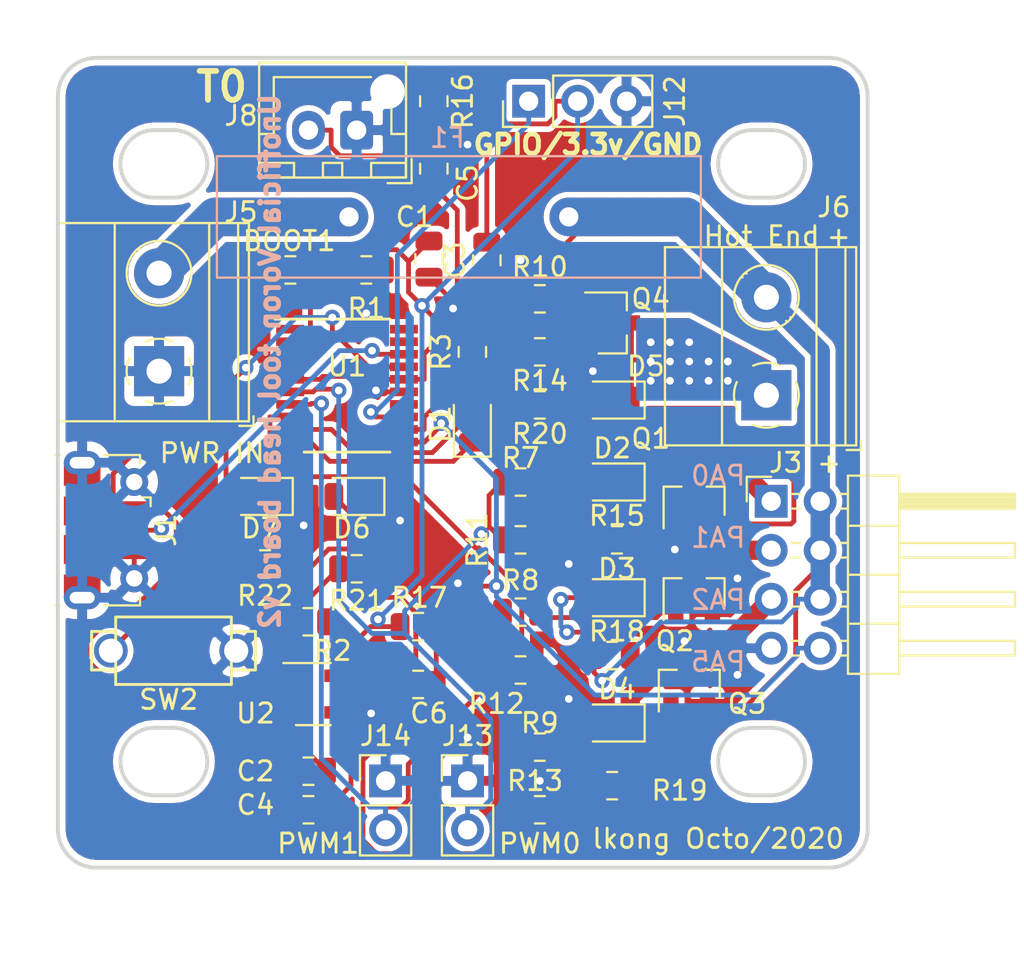
<source format=kicad_pcb>
(kicad_pcb (version 20171130) (host pcbnew "(5.1.5)-3")
  (title_block (rev B))
  (layers (0 F.Cu signal) (31 B.Cu signal) (34 B.Paste user) (35 F.Paste user) (36 B.SilkS user) (37 F.SilkS user) (38 B.Mask user) (39 F.Mask user) (44 Edge.Cuts user))
  (net 0 "")
  (net 1 +3V3)
  (net 2 GND)
  (net 3 "Net-(D1-Pad2)")
  (net 4 /D+)
  (net 5 /D-)
  (net 6 /~RESET)
  (net 7 /BOOT0)
  (net 8 /Mosfet3)
  (net 9 /Mosfet2)
  (net 10 /Mosfet1)
  (net 11 /Mosfet0)
  (net 12 PWM0)
  (net 13 PWM1)
  (net 14 PWM2)
  (net 15 PWM3)
  (net 16 /LED)
  (net 17 /Vin)
  (net 18 "Net-(F1-Pad2)")
  (net 19 T0)
  (net 20 T1)
  (net 21 GPIO)
  (net 22 "Net-(D2-Pad2)")
  (net 23 "Net-(D3-Pad2)")
  (net 24 "Net-(D4-Pad2)")
  (net 25 "Net-(D5-Pad2)")
  (net 26 "Net-(D6-Pad2)")
  (net 27 "Net-(D7-Pad2)")
  (net 28 /VBUS)
  (net 29 "Net-(Q1-Pad1)")
  (net 30 "Net-(Q2-Pad1)")
  (net 31 "Net-(Q3-Pad1)")
  (net 32 "Net-(Q4-Pad1)")
  (module Resistor_SMD:R_0805_2012Metric (layer F.Cu) (at 164.67 76.25)
    (fp_text reference R9 (at 0 -1.25) (layer F.SilkS))
    (fp_text value 100)
    (pad 1 smd roundrect (at -0.9375 0) (size 0.975 1.4) (layers F.Cu F.Paste F.Mask) (net 14 PWM2))
    (pad 2 smd roundrect (at 0.9375 0) (size 0.975 1.4) (layers F.Cu F.Paste F.Mask) (net 31 "Net-(Q3-Pad1)"))
  )
  (module Package_SO:TSSOP-20_4.4x6.5mm_P0.65mm (layer F.Cu) (at 154.67 57.5)
    (fp_text reference U1 (at 0 -1) (layer F.SilkS))
    (fp_text value STM32F042F6Px)
    (pad 1 smd rect (at -2.95 -2.925) (size 1.45 0.45) (layers F.Cu F.Paste F.Mask) (net 7 /BOOT0))
    (pad 2 smd rect (at -2.95 -2.275) (size 1.45 0.45) (layers F.Cu F.Paste F.Mask))
    (pad 3 smd rect (at -2.95 -1.625) (size 1.45 0.45) (layers F.Cu F.Paste F.Mask))
    (pad 4 smd rect (at -2.95 -0.975) (size 1.45 0.45) (layers F.Cu F.Paste F.Mask) (net 6 /~RESET))
    (pad 5 smd rect (at -2.95 -0.325) (size 1.45 0.45) (layers F.Cu F.Paste F.Mask) (net 1 +3V3))
    (pad 6 smd rect (at -2.95 0.325) (size 1.45 0.45) (layers F.Cu F.Paste F.Mask) (net 12 PWM0))
    (pad 7 smd rect (at -2.95 0.975) (size 1.45 0.45) (layers F.Cu F.Paste F.Mask) (net 13 PWM1))
    (pad 8 smd rect (at -2.95 1.625) (size 1.45 0.45) (layers F.Cu F.Paste F.Mask) (net 14 PWM2))
    (pad 9 smd rect (at -2.95 2.275) (size 1.45 0.45) (layers F.Cu F.Paste F.Mask) (net 15 PWM3))
    (pad 10 smd rect (at -2.95 2.925) (size 1.45 0.45) (layers F.Cu F.Paste F.Mask) (net 16 /LED))
    (pad 11 smd rect (at 2.95 2.925) (size 1.45 0.45) (layers F.Cu F.Paste F.Mask) (net 20 T1))
    (pad 12 smd rect (at 2.95 2.275) (size 1.45 0.45) (layers F.Cu F.Paste F.Mask) (net 19 T0))
    (pad 13 smd rect (at 2.95 1.625) (size 1.45 0.45) (layers F.Cu F.Paste F.Mask) (net 21 GPIO))
    (pad 14 smd rect (at 2.95 0.975) (size 1.45 0.45) (layers F.Cu F.Paste F.Mask))
    (pad 15 smd rect (at 2.95 0.325) (size 1.45 0.45) (layers F.Cu F.Paste F.Mask) (net 2 GND))
    (pad 16 smd rect (at 2.95 -0.325) (size 1.45 0.45) (layers F.Cu F.Paste F.Mask) (net 1 +3V3))
    (pad 17 smd rect (at 2.95 -0.975) (size 1.45 0.45) (layers F.Cu F.Paste F.Mask) (net 5 /D-))
    (pad 18 smd rect (at 2.95 -1.625) (size 1.45 0.45) (layers F.Cu F.Paste F.Mask) (net 4 /D+))
    (pad 19 smd rect (at 2.95 -2.275) (size 1.45 0.45) (layers F.Cu F.Paste F.Mask))
    (pad 20 smd rect (at 2.95 -2.925) (size 1.45 0.45) (layers F.Cu F.Paste F.Mask))
  )
  (module Resistor_SMD:R_0805_2012Metric (layer F.Cu) (at 151.732 51.5 180)
    (fp_text reference BOOT1 (at 0.0625 1.5) (layer F.SilkS))
    (fp_text value 0R)
    (pad 2 smd roundrect (at 0.9375 0 180) (size 0.975 1.4) (layers F.Cu F.Paste F.Mask) (net 1 +3V3))
    (pad 1 smd roundrect (at -0.9375 0 180) (size 0.975 1.4) (layers F.Cu F.Paste F.Mask) (net 7 /BOOT0))
  )
  (module Resistor_SMD:R_0805_2012Metric (layer F.Cu) (at 155.67 51.5 180)
    (fp_text reference R1 (at 0 -2) (layer F.SilkS))
    (fp_text value 10K)
    (pad 2 smd roundrect (at 0.9375 0 180) (size 0.975 1.4) (layers F.Cu F.Paste F.Mask) (net 7 /BOOT0))
    (pad 1 smd roundrect (at -0.9375 0 180) (size 0.975 1.4) (layers F.Cu F.Paste F.Mask) (net 2 GND))
  )
  (module Capacitor_SMD:C_0805_2012Metric (layer F.Cu) (at 158.92 50.9375 90)
    (fp_text reference C1 (at 2.1875 -0.75 180) (layer F.SilkS))
    (fp_text value 0.1uF)
    (pad 1 smd roundrect (at -0.9375 0 90) (size 0.975 1.4) (layers F.Cu F.Paste F.Mask) (net 2 GND))
    (pad 2 smd roundrect (at 0.9375 0 90) (size 0.975 1.4) (layers F.Cu F.Paste F.Mask) (net 1 +3V3))
  )
  (module Capacitor_SMD:C_0805_2012Metric (layer F.Cu) (at 152.67 77.5)
    (fp_text reference C2 (at -2.75 0) (layer F.SilkS))
    (fp_text value 4.7uF)
    (pad 2 smd roundrect (at 0.9375 0) (size 0.975 1.4) (layers F.Cu F.Paste F.Mask) (net 28 /VBUS))
    (pad 1 smd roundrect (at -0.9375 0) (size 0.975 1.4) (layers F.Cu F.Paste F.Mask) (net 2 GND))
  )
  (module Capacitor_SMD:C_0805_2012Metric (layer F.Cu) (at 161.92 51 90)
    (fp_text reference C3 (at 0 -1.65 90) (layer F.SilkS))
    (fp_text value 0.1uF)
    (pad 2 smd roundrect (at 0.9375 0 90) (size 0.975 1.4) (layers F.Cu F.Paste F.Mask) (net 1 +3V3))
    (pad 1 smd roundrect (at -0.9375 0 90) (size 0.975 1.4) (layers F.Cu F.Paste F.Mask) (net 2 GND))
  )
  (module Capacitor_SMD:C_0805_2012Metric (layer F.Cu) (at 152.67 79.5)
    (fp_text reference C4 (at -2.75 -0.25) (layer F.SilkS))
    (fp_text value 4.7uF)
    (pad 1 smd roundrect (at -0.9375 0) (size 0.975 1.4) (layers F.Cu F.Paste F.Mask) (net 2 GND))
    (pad 2 smd roundrect (at 0.9375 0) (size 0.975 1.4) (layers F.Cu F.Paste F.Mask) (net 1 +3V3))
  )
  (module Capacitor_SMD:C_0805_2012Metric (layer F.Cu) (at 159.17 46.25 270)
    (fp_text reference C5 (at 0.75 -1.75 270) (layer F.SilkS))
    (fp_text value 10uF)
    (pad 2 smd roundrect (at 0.9375 0 270) (size 0.975 1.4) (layers F.Cu F.Paste F.Mask) (net 19 T0))
    (pad 1 smd roundrect (at -0.9375 0 270) (size 0.975 1.4) (layers F.Cu F.Paste F.Mask) (net 2 GND))
  )
  (module Capacitor_SMD:C_0805_2012Metric (layer F.Cu) (at 158.358 73)
    (fp_text reference C6 (at 0.562 1.5 180) (layer F.SilkS))
    (fp_text value 10uF)
    (pad 2 smd roundrect (at 0.9375 0) (size 0.975 1.4) (layers F.Cu F.Paste F.Mask) (net 20 T1))
    (pad 1 smd roundrect (at -0.9375 0) (size 0.975 1.4) (layers F.Cu F.Paste F.Mask) (net 2 GND))
  )
  (module LED_SMD:LED_0805_2012Metric (layer F.Cu) (at 161.17 59.5 90)
    (fp_text reference D1 (at 0 -1.65 90) (layer F.SilkS))
    (fp_text value LED)
    (pad 2 smd roundrect (at 0.9375 0 90) (size 0.975 1.4) (layers F.Cu F.Paste F.Mask) (net 3 "Net-(D1-Pad2)"))
    (pad 1 smd roundrect (at -0.9375 0 90) (size 0.975 1.4) (layers F.Cu F.Paste F.Mask) (net 16 /LED))
  )
  (module LED_SMD:LED_0805_2012Metric (layer F.Cu) (at 168.42 62.5 180)
    (fp_text reference D2 (at 0 1.75) (layer F.SilkS))
    (fp_text value LED)
    (pad 1 smd roundrect (at -0.9375 0 180) (size 0.975 1.4) (layers F.Cu F.Paste F.Mask) (net 11 /Mosfet0))
    (pad 2 smd roundrect (at 0.9375 0 180) (size 0.975 1.4) (layers F.Cu F.Paste F.Mask) (net 22 "Net-(D2-Pad2)"))
  )
  (module LED_SMD:LED_0805_2012Metric (layer F.Cu) (at 168.42 68.5 180)
    (fp_text reference D3 (at -0.25 1.5) (layer F.SilkS))
    (fp_text value LED)
    (pad 1 smd roundrect (at -0.9375 0 180) (size 0.975 1.4) (layers F.Cu F.Paste F.Mask) (net 10 /Mosfet1))
    (pad 2 smd roundrect (at 0.9375 0 180) (size 0.975 1.4) (layers F.Cu F.Paste F.Mask) (net 23 "Net-(D3-Pad2)"))
  )
  (module LED_SMD:LED_0805_2012Metric (layer F.Cu) (at 168.42 75 180)
    (fp_text reference D4 (at -0.25 1.75) (layer F.SilkS))
    (fp_text value LED)
    (pad 2 smd roundrect (at 0.9375 0 180) (size 0.975 1.4) (layers F.Cu F.Paste F.Mask) (net 24 "Net-(D4-Pad2)"))
    (pad 1 smd roundrect (at -0.9375 0 180) (size 0.975 1.4) (layers F.Cu F.Paste F.Mask) (net 9 /Mosfet2))
  )
  (module LED_SMD:LED_0805_2012Metric (layer F.Cu) (at 168.42 58.25 180)
    (fp_text reference D5 (at -1.75 1.75) (layer F.SilkS))
    (fp_text value LED)
    (pad 1 smd roundrect (at -0.9375 0 180) (size 0.975 1.4) (layers F.Cu F.Paste F.Mask) (net 8 /Mosfet3))
    (pad 2 smd roundrect (at 0.9375 0 180) (size 0.975 1.4) (layers F.Cu F.Paste F.Mask) (net 25 "Net-(D5-Pad2)"))
  )
  (module LED_SMD:LED_0805_2012Metric (layer F.Cu) (at 154.92 63.25 180)
    (fp_text reference D6 (at 0 -1.65) (layer F.SilkS))
    (fp_text value LED)
    (pad 2 smd roundrect (at 0.9375 0 180) (size 0.975 1.4) (layers F.Cu F.Paste F.Mask) (net 26 "Net-(D6-Pad2)"))
    (pad 1 smd roundrect (at -0.9375 0 180) (size 0.975 1.4) (layers F.Cu F.Paste F.Mask) (net 2 GND))
  )
  (module LED_SMD:LED_0805_2012Metric (layer F.Cu) (at 150.17 63.25 180)
    (fp_text reference D7 (at 0 -1.65) (layer F.SilkS))
    (fp_text value LED)
    (pad 1 smd roundrect (at -0.9375 0 180) (size 0.975 1.4) (layers F.Cu F.Paste F.Mask) (net 2 GND))
    (pad 2 smd roundrect (at 0.9375 0 180) (size 0.975 1.4) (layers F.Cu F.Paste F.Mask) (net 27 "Net-(D7-Pad2)"))
  )
  (module Connector_USB:USB_Micro-B_Molex-105017-0001 (layer F.Cu) (at 142.17 65 270)
    (fp_text reference J1 (at 0 -3.1125 90) (layer F.SilkS))
    (fp_text value USB_B_Micro)
    (pad 6 smd rect (at 1 1.2375 270) (size 1.5 1.9) (layers F.Cu F.Paste F.Mask) (net 2 GND))
    (pad 6 thru_hole circle (at -2.5 -1.4625 270) (size 1.45 1.45) (drill 0.85) (layers *.Cu *.Mask) (net 2 GND))
    (pad 2 smd rect (at -0.65 -1.4625 270) (size 0.4 1.35) (layers F.Cu F.Paste F.Mask) (net 5 /D-))
    (pad 1 smd rect (at -1.3 -1.4625 270) (size 0.4 1.35) (layers F.Cu F.Paste F.Mask) (net 28 /VBUS))
    (pad 5 smd rect (at 1.3 -1.4625 270) (size 0.4 1.35) (layers F.Cu F.Paste F.Mask) (net 2 GND))
    (pad 4 smd rect (at 0.65 -1.4625 270) (size 0.4 1.35) (layers F.Cu F.Paste F.Mask) (net 2 GND))
    (pad 3 smd rect (at 0 -1.4625 270) (size 0.4 1.35) (layers F.Cu F.Paste F.Mask) (net 4 /D+))
    (pad 6 thru_hole circle (at 2.5 -1.4625 270) (size 1.45 1.45) (drill 0.85) (layers *.Cu *.Mask) (net 2 GND))
    (pad 6 smd rect (at -1 1.2375 270) (size 1.5 1.9) (layers F.Cu F.Paste F.Mask) (net 2 GND))
    (pad 6 thru_hole oval (at -3.5 1.2375 90) (size 1.2 1.9) (drill oval 0.6 1.3) (layers *.Cu *.Mask) (net 2 GND))
    (pad 6 thru_hole oval (at 3.5 1.2375 270) (size 1.2 1.9) (drill oval 0.6 1.3) (layers *.Cu *.Mask) (net 2 GND))
    (pad 6 smd rect (at 2.9 1.2375 270) (size 1.2 1.9) (layers F.Cu F.Mask) (net 2 GND))
    (pad 6 smd rect (at -2.9 1.2375 270) (size 1.2 1.9) (layers F.Cu F.Mask) (net 2 GND))
  )
  (module Connector_PinHeader_2.54mm:PinHeader_2x04_P2.54mm_Horizontal (layer F.Cu) (at 176.67 63.5)
    (fp_text reference J3 (at 0.75 -2) (layer F.SilkS))
    (fp_text value Conn_02x04_Odd_Even)
    (pad 1 thru_hole rect (at 0 0) (size 1.7 1.7) (drill 1) (layers *.Cu *.Mask) (net 11 /Mosfet0))
    (pad 2 thru_hole oval (at 2.54 0) (size 1.7 1.7) (drill 1) (layers *.Cu *.Mask) (net 17 /Vin))
    (pad 3 thru_hole oval (at 0 2.54) (size 1.7 1.7) (drill 1) (layers *.Cu *.Mask) (net 10 /Mosfet1))
    (pad 4 thru_hole oval (at 2.54 2.54) (size 1.7 1.7) (drill 1) (layers *.Cu *.Mask) (net 17 /Vin))
    (pad 5 thru_hole oval (at 0 5.08) (size 1.7 1.7) (drill 1) (layers *.Cu *.Mask) (net 9 /Mosfet2))
    (pad 6 thru_hole oval (at 2.54 5.08) (size 1.7 1.7) (drill 1) (layers *.Cu *.Mask) (net 17 /Vin))
    (pad 7 thru_hole oval (at 0 7.62) (size 1.7 1.7) (drill 1) (layers *.Cu *.Mask) (net 2 GND))
    (pad 8 thru_hole oval (at 2.54 7.62) (size 1.7 1.7) (drill 1) (layers *.Cu *.Mask) (net 20 T1))
  )
  (module TRA:1x02_ScrewTerminal_Phoenix (layer F.Cu) (at 144.92 56.75 90)
    (fp_text reference J5 (at 8.25 4.25 180) (layer F.SilkS))
    (fp_text value Vin)
    (pad 2 thru_hole circle (at 5.08 0 90) (size 2.6 2.6) (drill 1.3) (layers *.Cu *.Mask) (net 18 "Net-(F1-Pad2)"))
    (pad 1 thru_hole rect (at 0 0 90) (size 2.6 2.6) (drill 1.3) (layers *.Cu *.Mask) (net 2 GND))
  )
  (module TRA:1x02_ScrewTerminal_Phoenix (layer F.Cu) (at 176.42 58 90)
    (fp_text reference J6 (at 9.75 3.5 180) (layer F.SilkS))
    (fp_text value HotEnd)
    (pad 1 thru_hole rect (at 0 0 90) (size 2.6 2.6) (drill 1.3) (layers *.Cu *.Mask) (net 8 /Mosfet3))
    (pad 2 thru_hole circle (at 5.08 0 90) (size 2.6 2.6) (drill 1.3) (layers *.Cu *.Mask) (net 17 /Vin))
  )
  (module Connector_JST:JST_XH_B2B-XH-AM_1x02_P2.50mm_Vertical (layer F.Cu) (at 155.17 44.25 180)
    (fp_text reference J8 (at 6 0.75) (layer F.SilkS))
    (fp_text value Conn_01x02)
    (pad 1 thru_hole roundrect (at 0 0 180) (size 1.7 2) (drill 1) (layers *.Cu *.Mask) (roundrect_rratio 0.147059) (net 2 GND))
    (pad 2 thru_hole oval (at 2.5 0 180) (size 1.7 2) (drill 1) (layers *.Cu *.Mask) (net 19 T0))
    (pad "" np_thru_hole circle (at -1.6 2 180) (size 1.2 1.2) (drill 1.2) (layers *.Cu *.Mask))
  )
  (module Connector_PinHeader_2.54mm:PinHeader_1x03_P2.54mm_Vertical (layer F.Cu) (at 164.09 42.75 90)
    (fp_text reference J12 (at 0 7.58 90) (layer F.SilkS))
    (fp_text value Conn_01x03)
    (pad 1 thru_hole rect (at 0 0 90) (size 1.7 1.7) (drill 1) (layers *.Cu *.Mask) (net 21 GPIO))
    (pad 2 thru_hole oval (at 0 2.54 90) (size 1.7 1.7) (drill 1) (layers *.Cu *.Mask) (net 1 +3V3))
    (pad 3 thru_hole oval (at 0 5.08 90) (size 1.7 1.7) (drill 1) (layers *.Cu *.Mask) (net 2 GND))
  )
  (module Resistor_SMD:R_0805_2012Metric (layer F.Cu) (at 152.67 69.75 180)
    (fp_text reference R2 (at -1.25 -1.5 180) (layer F.SilkS))
    (fp_text value 10K)
    (pad 1 smd roundrect (at -0.9375 0 180) (size 0.975 1.4) (layers F.Cu F.Paste F.Mask) (net 1 +3V3))
    (pad 2 smd roundrect (at 0.9375 0 180) (size 0.975 1.4) (layers F.Cu F.Paste F.Mask) (net 6 /~RESET))
  )
  (module Resistor_SMD:R_0805_2012Metric (layer F.Cu) (at 161.17 55.75 90)
    (fp_text reference R3 (at 0 -1.65 90) (layer F.SilkS))
    (fp_text value 1K)
    (pad 2 smd roundrect (at 0.9375 0 90) (size 0.975 1.4) (layers F.Cu F.Paste F.Mask) (net 1 +3V3))
    (pad 1 smd roundrect (at -0.9375 0 90) (size 0.975 1.4) (layers F.Cu F.Paste F.Mask) (net 3 "Net-(D1-Pad2)"))
  )
  (module Resistor_SMD:R_0805_2012Metric (layer F.Cu) (at 163.67 62.5)
    (fp_text reference R7 (at 0 -1.25) (layer F.SilkS))
    (fp_text value 100)
    (pad 2 smd roundrect (at 0.9375 0) (size 0.975 1.4) (layers F.Cu F.Paste F.Mask) (net 29 "Net-(Q1-Pad1)"))
    (pad 1 smd roundrect (at -0.9375 0) (size 0.975 1.4) (layers F.Cu F.Paste F.Mask) (net 12 PWM0))
  )
  (module Resistor_SMD:R_0805_2012Metric (layer F.Cu) (at 163.67 69.25)
    (fp_text reference R8 (at 0 -1.65) (layer F.SilkS))
    (fp_text value 100)
    (pad 2 smd roundrect (at 0.9375 0) (size 0.975 1.4) (layers F.Cu F.Paste F.Mask) (net 30 "Net-(Q2-Pad1)"))
    (pad 1 smd roundrect (at -0.9375 0) (size 0.975 1.4) (layers F.Cu F.Paste F.Mask) (net 13 PWM1))
  )
  (module Resistor_SMD:R_0805_2012Metric (layer F.Cu) (at 164.67 53)
    (fp_text reference R10 (at 0 -1.65) (layer F.SilkS))
    (fp_text value 100)
    (pad 2 smd roundrect (at 0.9375 0) (size 0.975 1.4) (layers F.Cu F.Paste F.Mask) (net 32 "Net-(Q4-Pad1)"))
    (pad 1 smd roundrect (at -0.9375 0) (size 0.975 1.4) (layers F.Cu F.Paste F.Mask) (net 15 PWM3))
  )
  (module Resistor_SMD:R_0805_2012Metric (layer F.Cu) (at 163.67 65.5)
    (fp_text reference R11 (at -2.25 0 270) (layer F.SilkS))
    (fp_text value 10K)
    (pad 1 smd roundrect (at -0.9375 0) (size 0.975 1.4) (layers F.Cu F.Paste F.Mask) (net 12 PWM0))
    (pad 2 smd roundrect (at 0.9375 0) (size 0.975 1.4) (layers F.Cu F.Paste F.Mask) (net 2 GND))
  )
  (module Resistor_SMD:R_0805_2012Metric (layer F.Cu) (at 163.67 72.25)
    (fp_text reference R12 (at -1.25 1.75) (layer F.SilkS))
    (fp_text value 10K)
    (pad 2 smd roundrect (at 0.9375 0) (size 0.975 1.4) (layers F.Cu F.Paste F.Mask) (net 2 GND))
    (pad 1 smd roundrect (at -0.9375 0) (size 0.975 1.4) (layers F.Cu F.Paste F.Mask) (net 13 PWM1))
  )
  (module Resistor_SMD:R_0805_2012Metric (layer F.Cu) (at 164.67 79.5)
    (fp_text reference R13 (at -0.25 -1.5 180) (layer F.SilkS))
    (fp_text value 10K)
    (pad 2 smd roundrect (at 0.9375 0) (size 0.975 1.4) (layers F.Cu F.Paste F.Mask) (net 2 GND))
    (pad 1 smd roundrect (at -0.9375 0) (size 0.975 1.4) (layers F.Cu F.Paste F.Mask) (net 14 PWM2))
  )
  (module Resistor_SMD:R_0805_2012Metric (layer F.Cu) (at 164.67 55.75)
    (fp_text reference R14 (at 0 1.5 180) (layer F.SilkS))
    (fp_text value 10K)
    (pad 1 smd roundrect (at -0.9375 0) (size 0.975 1.4) (layers F.Cu F.Paste F.Mask) (net 15 PWM3))
    (pad 2 smd roundrect (at 0.9375 0) (size 0.975 1.4) (layers F.Cu F.Paste F.Mask) (net 2 GND))
  )
  (module Resistor_SMD:R_0805_2012Metric (layer F.Cu) (at 168.67 65.5)
    (fp_text reference R15 (at 0 -1.25) (layer F.SilkS))
    (fp_text value 4.7K)
    (pad 1 smd roundrect (at -0.9375 0) (size 0.975 1.4) (layers F.Cu F.Paste F.Mask) (net 17 /Vin))
    (pad 2 smd roundrect (at 0.9375 0) (size 0.975 1.4) (layers F.Cu F.Paste F.Mask) (net 22 "Net-(D2-Pad2)"))
  )
  (module Resistor_SMD:R_0805_2012Metric (layer F.Cu) (at 159.17 42.75 270)
    (fp_text reference R16 (at 0 -1.5 270) (layer F.SilkS))
    (fp_text value 4.7K)
    (pad 2 smd roundrect (at 0.9375 0 270) (size 0.975 1.4) (layers F.Cu F.Paste F.Mask) (net 1 +3V3))
    (pad 1 smd roundrect (at -0.9375 0 270) (size 0.975 1.4) (layers F.Cu F.Paste F.Mask) (net 19 T0))
  )
  (module Resistor_SMD:R_0805_2012Metric (layer F.Cu) (at 158.358 70 180)
    (fp_text reference R17 (at -0.062 1.5) (layer F.SilkS))
    (fp_text value 4.7K)
    (pad 1 smd roundrect (at -0.9375 0 180) (size 0.975 1.4) (layers F.Cu F.Paste F.Mask) (net 20 T1))
    (pad 2 smd roundrect (at 0.9375 0 180) (size 0.975 1.4) (layers F.Cu F.Paste F.Mask) (net 1 +3V3))
  )
  (module Resistor_SMD:R_0805_2012Metric (layer F.Cu) (at 168.42 71.5)
    (fp_text reference R18 (at 0.25 -1.25) (layer F.SilkS))
    (fp_text value 4.7K)
    (pad 2 smd roundrect (at 0.9375 0) (size 0.975 1.4) (layers F.Cu F.Paste F.Mask) (net 23 "Net-(D3-Pad2)"))
    (pad 1 smd roundrect (at -0.9375 0) (size 0.975 1.4) (layers F.Cu F.Paste F.Mask) (net 17 /Vin))
  )
  (module Resistor_SMD:R_0805_2012Metric (layer F.Cu) (at 168.42 78.25)
    (fp_text reference R19 (at 3.5 0.25) (layer F.SilkS))
    (fp_text value 4.7K)
    (pad 1 smd roundrect (at -0.9375 0) (size 0.975 1.4) (layers F.Cu F.Paste F.Mask) (net 17 /Vin))
    (pad 2 smd roundrect (at 0.9375 0) (size 0.975 1.4) (layers F.Cu F.Paste F.Mask) (net 24 "Net-(D4-Pad2)"))
  )
  (module Resistor_SMD:R_0805_2012Metric (layer F.Cu) (at 164.67 58.5)
    (fp_text reference R20 (at 0 1.5) (layer F.SilkS))
    (fp_text value 4.7K)
    (pad 1 smd roundrect (at -0.9375 0) (size 0.975 1.4) (layers F.Cu F.Paste F.Mask) (net 17 /Vin))
    (pad 2 smd roundrect (at 0.9375 0) (size 0.975 1.4) (layers F.Cu F.Paste F.Mask) (net 25 "Net-(D5-Pad2)"))
  )
  (module Resistor_SMD:R_0805_2012Metric (layer F.Cu) (at 155.17 67 180)
    (fp_text reference R21 (at 0 -1.65) (layer F.SilkS))
    (fp_text value 1K)
    (pad 1 smd roundrect (at -0.9375 0 180) (size 0.975 1.4) (layers F.Cu F.Paste F.Mask) (net 26 "Net-(D6-Pad2)"))
    (pad 2 smd roundrect (at 0.9375 0 180) (size 0.975 1.4) (layers F.Cu F.Paste F.Mask) (net 28 /VBUS))
  )
  (module Resistor_SMD:R_0805_2012Metric (layer F.Cu) (at 150.42 66.75 180)
    (fp_text reference R22 (at 0 -1.65) (layer F.SilkS))
    (fp_text value 4.7K)
    (pad 2 smd roundrect (at 0.9375 0 180) (size 0.975 1.4) (layers F.Cu F.Paste F.Mask) (net 17 /Vin))
    (pad 1 smd roundrect (at -0.9375 0 180) (size 0.975 1.4) (layers F.Cu F.Paste F.Mask) (net 27 "Net-(D7-Pad2)"))
  )
  (module TRA:2PinTactileButton (layer F.Cu) (at 145.67 71.25)
    (fp_text reference SW2 (at -0.254 2.54) (layer F.SilkS))
    (fp_text value SW_SPST)
    (pad 2 thru_hole circle (at -3.25 0) (size 1.75 1.75) (drill 1.25) (layers *.Cu *.Mask) (net 6 /~RESET))
    (pad 1 thru_hole circle (at 3.25 0) (size 1.75 1.75) (drill 1.25) (layers *.Cu *.Mask) (net 2 GND))
  )
  (module Package_TO_SOT_SMD:SOT-23-5 (layer F.Cu) (at 152.92 73.5)
    (fp_text reference U2 (at -3 1) (layer F.SilkS))
    (fp_text value AP2127K-3.3)
    (pad 1 smd rect (at -1.1 -0.95) (size 1.06 0.65) (layers F.Cu F.Paste F.Mask) (net 28 /VBUS))
    (pad 2 smd rect (at -1.1 0) (size 1.06 0.65) (layers F.Cu F.Paste F.Mask) (net 2 GND))
    (pad 3 smd rect (at -1.1 0.95) (size 1.06 0.65) (layers F.Cu F.Paste F.Mask) (net 28 /VBUS))
    (pad 4 smd rect (at 1.1 0.95) (size 1.06 0.65) (layers F.Cu F.Paste F.Mask))
    (pad 5 smd rect (at 1.1 -0.95) (size 1.06 0.65) (layers F.Cu F.Paste F.Mask) (net 1 +3V3))
  )
  (module Fuse:Fuse_Littelfuse-LVR200 (layer B.Cu) (at 166.17 48.75 180)
    (fp_text reference F1 (at 6.3 4.1) (layer B.SilkS) (effects (justify mirror)))
    (fp_text value Fuse)
    (pad 1 thru_hole circle (at 0 0 180) (size 2 2) (drill 1) (layers *.Cu *.Mask) (net 17 /Vin))
    (pad 2 thru_hole circle (at 11.4 0 180) (size 2 2) (drill 1) (layers *.Cu *.Mask) (net 18 "Net-(F1-Pad2)"))
  )
  (module Connector_PinHeader_2.54mm:PinHeader_1x02_P2.54mm_Vertical (layer F.Cu) (at 160.92 78)
    (fp_text reference J13 (at 0 -2.33) (layer F.SilkS))
    (fp_text value Conn_01x02)
    (pad 1 thru_hole rect (at 0 0) (size 1.7 1.7) (drill 1) (layers *.Cu *.Mask) (net 2 GND))
    (pad 2 thru_hole oval (at 0 2.54) (size 1.7 1.7) (drill 1) (layers *.Cu *.Mask) (net 12 PWM0))
  )
  (module Connector_PinHeader_2.54mm:PinHeader_1x02_P2.54mm_Vertical (layer F.Cu) (at 156.67 78)
    (fp_text reference J14 (at 0 -2.33) (layer F.SilkS))
    (fp_text value Conn_01x02)
    (pad 2 thru_hole oval (at 0 2.54) (size 1.7 1.7) (drill 1) (layers *.Cu *.Mask) (net 13 PWM1))
    (pad 1 thru_hole rect (at 0 0) (size 1.7 1.7) (drill 1) (layers *.Cu *.Mask) (net 2 GND))
  )
  (module Package_TO_SOT_SMD:SOT-23 (layer F.Cu) (at 172.67 63.5 90)
    (fp_text reference Q1 (at 3.25 -2.25 180) (layer F.SilkS))
    (fp_text value IRLML6344TRPBF)
    (pad 1 smd rect (at -1 -0.95 90) (size 0.9 0.8) (layers F.Cu F.Paste F.Mask) (net 29 "Net-(Q1-Pad1)"))
    (pad 2 smd rect (at -1 0.95 90) (size 0.9 0.8) (layers F.Cu F.Paste F.Mask) (net 2 GND))
    (pad 3 smd rect (at 1 0 90) (size 0.9 0.8) (layers F.Cu F.Paste F.Mask) (net 11 /Mosfet0))
  )
  (module Package_TO_SOT_SMD:SOT-23 (layer F.Cu) (at 172.67 68.25 90)
    (fp_text reference Q2 (at -2.5 -1 180) (layer F.SilkS))
    (fp_text value IRLML6344TRPBF)
    (pad 3 smd rect (at 1 0 90) (size 0.9 0.8) (layers F.Cu F.Paste F.Mask) (net 10 /Mosfet1))
    (pad 2 smd rect (at -1 0.95 90) (size 0.9 0.8) (layers F.Cu F.Paste F.Mask) (net 2 GND))
    (pad 1 smd rect (at -1 -0.95 90) (size 0.9 0.8) (layers F.Cu F.Paste F.Mask) (net 30 "Net-(Q2-Pad1)"))
  )
  (module Package_TO_SOT_SMD:SOT-23 (layer F.Cu) (at 172.42 73 90)
    (fp_text reference Q3 (at -1 3 180) (layer F.SilkS))
    (fp_text value IRLML6344TRPBF)
    (pad 1 smd rect (at -1 -0.95 90) (size 0.9 0.8) (layers F.Cu F.Paste F.Mask) (net 31 "Net-(Q3-Pad1)"))
    (pad 2 smd rect (at -1 0.95 90) (size 0.9 0.8) (layers F.Cu F.Paste F.Mask) (net 2 GND))
    (pad 3 smd rect (at 1 0 90) (size 0.9 0.8) (layers F.Cu F.Paste F.Mask) (net 9 /Mosfet2))
  )
  (module Package_TO_SOT_SMD:SOT-23 (layer F.Cu) (at 168.42 54.25)
    (fp_text reference Q4 (at 2 -1.25) (layer F.SilkS))
    (fp_text value IRLML6344TRPBF)
    (pad 3 smd rect (at 1 0) (size 0.9 0.8) (layers F.Cu F.Paste F.Mask) (net 8 /Mosfet3))
    (pad 2 smd rect (at -1 0.95) (size 0.9 0.8) (layers F.Cu F.Paste F.Mask) (net 2 GND))
    (pad 1 smd rect (at -1 -0.95) (size 0.9 0.8) (layers F.Cu F.Paste F.Mask) (net 32 "Net-(Q4-Pad1)"))
  )
  (gr_text "Unofficial Voron tool head board v2" (at 150.67 56.25 90) (layer B.SilkS) (effects (font (size 1 1) (thickness 0.25)) (justify mirror)))
  (gr_text T0 (at 148.17 42) (layer F.SilkS) (effects (font (size 1.5 1.5) (thickness 0.3))))
  (gr_text "PA0\n\nPA1\n\nPA2\n\nPA5" (at 173.92 67) (layer B.SilkS) (effects (font (size 1 1)) (justify mirror)))
  (gr_text + (at 179.67 61.5) (layer F.SilkS) (effects (font (size 1 1))))
  (gr_text + (at 180.17 49.75) (layer F.SilkS) (effects (font (size 1 1))))
  (gr_text PWM0 (at 164.67 81.25) (layer F.SilkS) (effects (font (size 1 1))))
  (gr_text PWM1 (at 153.17 81.25) (layer F.SilkS) (effects (font (size 1 1))))
  (gr_text "Hot End" (at 176.17 49.75) (layer F.SilkS) (effects (font (size 1 1))))
  (gr_text "PWR IN" (at 147.67 61) (layer F.SilkS) (effects (font (size 1 1))))
  (gr_text "lkong Octo/2020" (at 173.92 81) (layer F.SilkS) (effects (font (size 1 1))))
  (gr_text GPIO/3.3v/GND (at 167.17 45) (layer F.SilkS) (effects (font (size 1 1) (thickness 0.25))))
  (gr_line (start 179.669999 40.5) (end 141.669999 40.5) (layer Edge.Cuts) (width 0.2))
  (gr_arc (start 141.67 42.5) (end 141.669999 40.5) (angle -90) (layer Edge.Cuts) (width 0.2))
  (gr_line (start 145.67 47.75) (end 144.67 47.75) (layer Edge.Cuts) (width 0.2))
  (gr_arc (start 141.67 80.5) (end 139.67 80.5) (angle -90) (layer Edge.Cuts) (width 0.2))
  (gr_line (start 139.669999 42.5) (end 139.67 80.5) (layer Edge.Cuts) (width 0.2))
  (gr_line (start 141.67 82.5) (end 179.669999 82.5) (layer Edge.Cuts) (width 0.2))
  (gr_line (start 181.669998 80.5) (end 181.669998 42.5) (layer Edge.Cuts) (width 0.2))
  (gr_arc (start 179.669999 80.5) (end 179.669999 82.5) (angle -90) (layer Edge.Cuts) (width 0.2))
  (gr_line (start 176.670079 78.75) (end 175.670078 78.75) (layer Edge.Cuts) (width 0.2))
  (gr_arc (start 176.67007 76.999926) (end 176.670079 78.749926) (angle -180.0000187) (layer Edge.Cuts) (width 0.2))
  (gr_line (start 176.670059 75.249926) (end 175.670061 75.249931) (layer Edge.Cuts) (width 0.2))
  (gr_arc (start 175.67007 76.999931) (end 175.670061 75.249931) (angle -180) (layer Edge.Cuts) (width 0.2))
  (gr_arc (start 179.669999 42.5) (end 181.669998 42.5) (angle -90) (layer Edge.Cuts) (width 0.2))
  (gr_arc (start 176.67007 45.999927) (end 176.670079 47.749927) (angle -180.0000187) (layer Edge.Cuts) (width 0.2))
  (gr_line (start 176.670059 44.249927) (end 175.670061 44.249932) (layer Edge.Cuts) (width 0.2))
  (gr_arc (start 175.67007 45.999932) (end 175.670061 44.249932) (angle -180) (layer Edge.Cuts) (width 0.2))
  (gr_line (start 176.670079 47.75) (end 175.670078 47.75) (layer Edge.Cuts) (width 0.2))
  (gr_arc (start 144.670071 45.999932) (end 144.670062 44.249932) (angle -180) (layer Edge.Cuts) (width 0.2))
  (gr_line (start 145.67006 44.249927) (end 144.670062 44.249932) (layer Edge.Cuts) (width 0.2))
  (gr_arc (start 145.670071 45.999927) (end 145.67008 47.749927) (angle -180.0000187) (layer Edge.Cuts) (width 0.2))
  (gr_line (start 145.67008 78.75) (end 144.670079 78.75) (layer Edge.Cuts) (width 0.2))
  (gr_arc (start 145.670071 76.999926) (end 145.67008 78.749926) (angle -180.0000187) (layer Edge.Cuts) (width 0.2))
  (gr_arc (start 144.670071 76.999931) (end 144.670062 75.249931) (angle -180) (layer Edge.Cuts) (width 0.2))
  (gr_line (start 145.67006 75.249926) (end 144.670062 75.249931) (layer Edge.Cuts) (width 0.2))
  (segment (start 159.8614 54.6602) (end 158.6703 55.8513) (width 0.25) (layer F.Cu) (net 1))
  (segment (start 158.6703 55.8513) (end 158.6703 57.175) (width 0.25) (layer F.Cu) (net 1))
  (segment (start 161.17 54.8125) (end 161.0177 54.6602) (width 0.25) (layer F.Cu) (net 1))
  (segment (start 161.0177 54.6602) (end 159.8614 54.6602) (width 0.25) (layer F.Cu) (net 1))
  (segment (start 158.5579 53.3567) (end 159.8614 54.6602) (width 0.25) (layer F.Cu) (net 1))
  (segment (start 157.62 57.175) (end 158.6703 57.175) (width 0.25) (layer F.Cu) (net 1))
  (segment (start 157.8588 51.0612) (end 157.8588 52.6576) (width 0.25) (layer F.Cu) (net 1))
  (segment (start 157.8588 52.6576) (end 158.5579 53.3567) (width 0.25) (layer F.Cu) (net 1))
  (segment (start 158.5579 53.3567) (end 166.63 45.2846) (width 0.25) (layer B.Cu) (net 1))
  (segment (start 166.63 45.2846) (end 166.63 42.75) (width 0.25) (layer B.Cu) (net 1))
  (segment (start 156.2759 69.621) (end 158.5579 67.339) (width 0.25) (layer B.Cu) (net 1))
  (segment (start 158.5579 67.339) (end 158.5579 53.3567) (width 0.25) (layer B.Cu) (net 1))
  (segment (start 161.92 43.9254) (end 159.4079 43.9254) (width 0.25) (layer F.Cu) (net 1))
  (segment (start 159.4079 43.9254) (end 159.17 43.6875) (width 0.25) (layer F.Cu) (net 1))
  (segment (start 165.4547 42.75) (end 165.4547 43.558) (width 0.25) (layer F.Cu) (net 1))
  (segment (start 165.4547 43.558) (end 165.0873 43.9254) (width 0.25) (layer F.Cu) (net 1))
  (segment (start 165.0873 43.9254) (end 161.92 43.9254) (width 0.25) (layer F.Cu) (net 1))
  (segment (start 161.92 43.9254) (end 161.92 50.0625) (width 0.25) (layer F.Cu) (net 1))
  (segment (start 157.8588 51.0612) (end 158.92 50) (width 0.25) (layer F.Cu) (net 1))
  (segment (start 157.62 57.175) (end 156.72 57.175) (width 0.25) (layer F.Cu) (net 1))
  (segment (start 156.72 57.175) (end 156.5696 57.0246) (width 0.25) (layer F.Cu) (net 1))
  (segment (start 156.5696 57.0246) (end 153.406 57.0246) (width 0.25) (layer F.Cu) (net 1))
  (segment (start 153.406 57.0246) (end 153.2556 57.175) (width 0.25) (layer F.Cu) (net 1))
  (segment (start 153.2556 57.175) (end 151.72 57.175) (width 0.25) (layer F.Cu) (net 1))
  (segment (start 150.7945 51.5) (end 151.8424 50.4521) (width 0.25) (layer F.Cu) (net 1))
  (segment (start 151.8424 50.4521) (end 157.2497 50.4521) (width 0.25) (layer F.Cu) (net 1))
  (segment (start 157.2497 50.4521) (end 157.8588 51.0612) (width 0.25) (layer F.Cu) (net 1))
  (segment (start 156.2759 70) (end 155.8931 70) (width 0.25) (layer F.Cu) (net 1))
  (segment (start 155.8931 70) (end 154.8753 71.0178) (width 0.25) (layer F.Cu) (net 1))
  (segment (start 157.4205 70) (end 156.2759 70) (width 0.25) (layer F.Cu) (net 1))
  (segment (start 156.2759 70) (end 156.2759 69.621) (width 0.25) (layer F.Cu) (net 1))
  (segment (start 154.8753 72.55) (end 154.8753 78.2322) (width 0.25) (layer F.Cu) (net 1))
  (segment (start 154.8753 78.2322) (end 153.6075 79.5) (width 0.25) (layer F.Cu) (net 1))
  (segment (start 154.8753 71.0178) (end 154.8753 72.55) (width 0.25) (layer F.Cu) (net 1))
  (segment (start 154.8753 71.0178) (end 153.6075 69.75) (width 0.25) (layer F.Cu) (net 1))
  (segment (start 154.02 72.55) (end 154.8753 72.55) (width 0.25) (layer F.Cu) (net 1))
  (segment (start 166.63 42.75) (end 165.4547 42.75) (width 0.25) (layer F.Cu) (net 1))
  (via (at 158.5579 53.3567) (size 0.8) (layers F.Cu B.Cu) (net 1))
  (via (at 156.2759 69.621) (size 0.8) (layers F.Cu B.Cu) (net 1))
  (segment (start 157.62 57.825) (end 156.245 57.825) (width 0.25) (layer F.Cu) (net 2))
  (segment (start 156.245 57.825) (end 156.17 57.75) (width 0.25) (layer F.Cu) (net 2))
  (via (at 156.17 57.75) (size 0.8) (layers F.Cu B.Cu) (net 2))
  (via (at 160.92 45) (size 0.8) (drill 0.4) (layers F.Cu B.Cu) (net 2))
  (via (at 163.67 51) (size 0.8) (drill 0.4) (layers F.Cu B.Cu) (net 2))
  (via (at 167.42 56.75) (size 0.8) (drill 0.4) (layers F.Cu B.Cu) (net 2))
  (via (at 166.17 66.75) (size 0.8) (drill 0.4) (layers F.Cu B.Cu) (net 2))
  (via (at 174.92 67.5) (size 0.8) (drill 0.4) (layers F.Cu B.Cu) (net 2))
  (via (at 171.67 66) (size 0.8) (drill 0.4) (layers F.Cu B.Cu) (net 2))
  (segment (start 172.17 66) (end 171.67 66) (width 0.25) (layer F.Cu) (net 2))
  (segment (start 173.62 64.5) (end 173.62 64.55) (width 0.25) (layer F.Cu) (net 2))
  (segment (start 173.62 64.55) (end 172.17 66) (width 0.25) (layer F.Cu) (net 2))
  (segment (start 162.7325 51.9375) (end 163.67 51) (width 0.25) (layer F.Cu) (net 2))
  (segment (start 161.92 51.9375) (end 162.7325 51.9375) (width 0.25) (layer F.Cu) (net 2))
  (via (at 160.17 53.5) (size 0.8) (drill 0.4) (layers F.Cu B.Cu) (net 2))
  (segment (start 160.17 53.125) (end 158.92 51.875) (width 0.25) (layer F.Cu) (net 2))
  (segment (start 160.17 53.5) (end 160.17 53.125) (width 0.25) (layer F.Cu) (net 2))
  (via (at 155.67 53.75) (size 0.8) (drill 0.4) (layers F.Cu B.Cu) (net 2))
  (via (at 157.42 64.5) (size 0.8) (drill 0.4) (layers F.Cu B.Cu) (net 2))
  (via (at 152.42 64.75) (size 0.8) (drill 0.4) (layers F.Cu B.Cu) (net 2))
  (via (at 155.92 74.5) (size 0.8) (drill 0.4) (layers F.Cu B.Cu) (net 2))
  (via (at 160.92 75.75) (size 0.8) (drill 0.4) (layers F.Cu B.Cu) (net 2))
  (via (at 166.17 73.75) (size 0.8) (drill 0.4) (layers F.Cu B.Cu) (net 2))
  (via (at 164.67 78) (size 0.8) (drill 0.4) (layers F.Cu B.Cu) (net 2))
  (via (at 174.92 72.5) (size 0.8) (drill 0.4) (layers F.Cu B.Cu) (net 2))
  (via (at 172.17 70.75) (size 0.8) (drill 0.4) (layers F.Cu B.Cu) (net 2))
  (segment (start 143.6325 65.65) (end 143.6325 67.5) (width 0.25) (layer F.Cu) (net 2))
  (via (at 160.42 67.75) (size 0.8) (drill 0.4) (layers F.Cu B.Cu) (net 2))
  (segment (start 161.17 58.5625) (end 161.17 56.6875) (width 0.25) (layer F.Cu) (net 3))
  (segment (start 145.0411 64.9281) (end 154.2812 55.688) (width 0.25) (layer B.Cu) (net 4))
  (segment (start 154.2812 55.688) (end 155.9682 55.688) (width 0.25) (layer B.Cu) (net 4))
  (segment (start 157.62 55.875) (end 156.1552 55.875) (width 0.25) (layer F.Cu) (net 4))
  (segment (start 156.1552 55.875) (end 155.9682 55.688) (width 0.25) (layer F.Cu) (net 4))
  (segment (start 143.6325 65) (end 144.9692 65) (width 0.25) (layer F.Cu) (net 4))
  (segment (start 144.9692 65) (end 145.0411 64.9281) (width 0.25) (layer F.Cu) (net 4))
  (via (at 155.9682 55.688) (size 0.8) (layers F.Cu B.Cu) (net 4))
  (via (at 145.0411 64.9281) (size 0.8) (layers F.Cu B.Cu) (net 4))
  (segment (start 153.9055 53.9654) (end 153.9055 54.651) (width 0.25) (layer F.Cu) (net 5))
  (segment (start 153.9055 54.651) (end 155.7795 56.525) (width 0.25) (layer F.Cu) (net 5))
  (segment (start 155.7795 56.525) (end 157.62 56.525) (width 0.25) (layer F.Cu) (net 5))
  (segment (start 143.6325 64.35) (end 142.6322 64.35) (width 0.25) (layer F.Cu) (net 5))
  (segment (start 149.4206 56.5692) (end 152.0244 53.9654) (width 0.25) (layer B.Cu) (net 5))
  (segment (start 152.0244 53.9654) (end 153.9055 53.9654) (width 0.25) (layer B.Cu) (net 5))
  (segment (start 142.6322 64.35) (end 142.5408 64.2586) (width 0.25) (layer F.Cu) (net 5))
  (segment (start 142.5408 64.2586) (end 142.5408 62.0709) (width 0.25) (layer F.Cu) (net 5))
  (segment (start 142.5408 62.0709) (end 144.4576 60.1541) (width 0.25) (layer F.Cu) (net 5))
  (segment (start 144.4576 60.1541) (end 145.8357 60.1541) (width 0.25) (layer F.Cu) (net 5))
  (segment (start 145.8357 60.1541) (end 149.4206 56.5692) (width 0.25) (layer F.Cu) (net 5))
  (via (at 153.9055 53.9654) (size 0.8) (layers F.Cu B.Cu) (net 5))
  (via (at 149.4206 56.5692) (size 0.8) (layers F.Cu B.Cu) (net 5))
  (segment (start 148.3936 69.75) (end 151.7325 69.75) (width 0.25) (layer F.Cu) (net 6))
  (segment (start 142.42 71.25) (end 143.92 69.75) (width 0.25) (layer F.Cu) (net 6))
  (segment (start 143.92 69.75) (end 148.3936 69.75) (width 0.25) (layer F.Cu) (net 6))
  (segment (start 148.3936 69.75) (end 148.3936 58.8011) (width 0.25) (layer F.Cu) (net 6))
  (segment (start 148.3936 58.8011) (end 150.6697 56.525) (width 0.25) (layer F.Cu) (net 6))
  (segment (start 151.72 56.525) (end 150.6697 56.525) (width 0.25) (layer F.Cu) (net 6))
  (segment (start 152.7703 51.5) (end 152.6695 51.5) (width 0.25) (layer F.Cu) (net 7))
  (segment (start 154.7325 51.5) (end 152.7703 51.5) (width 0.25) (layer F.Cu) (net 7))
  (segment (start 152.7703 51.5) (end 152.7703 54.575) (width 0.25) (layer F.Cu) (net 7))
  (segment (start 151.72 54.575) (end 152.7703 54.575) (width 0.25) (layer F.Cu) (net 7))
  (segment (start 169.42 56.173) (end 169.42 58.1875) (width 0.25) (layer F.Cu) (net 8))
  (segment (start 169.42 58.1875) (end 169.3575 58.25) (width 0.25) (layer F.Cu) (net 8))
  (segment (start 169.42 54.9753) (end 169.42 56.173) (width 0.25) (layer F.Cu) (net 8))
  (segment (start 171.3366 56.173) (end 169.42 56.173) (width 0.25) (layer F.Cu) (net 8))
  (segment (start 169.42 54.25) (end 169.42 54.9753) (width 0.25) (layer F.Cu) (net 8))
  (via (at 170.42 55.25) (size 0.8) (layers F.Cu B.Cu) (net 8))
  (via (at 171.42 55.25) (size 0.8) (layers F.Cu B.Cu) (net 8))
  (via (at 172.42 55.25) (size 0.8) (layers F.Cu B.Cu) (net 8))
  (via (at 172.42 56.25) (size 0.8) (layers F.Cu B.Cu) (net 8))
  (via (at 173.42 56.25) (size 0.8) (layers F.Cu B.Cu) (net 8))
  (via (at 174.42 56.25) (size 0.8) (layers F.Cu B.Cu) (net 8))
  (via (at 174.42 57.25) (size 0.8) (layers F.Cu B.Cu) (net 8))
  (via (at 173.42 57.25) (size 0.8) (layers F.Cu B.Cu) (net 8))
  (via (at 172.42 57.25) (size 0.8) (layers F.Cu B.Cu) (net 8))
  (via (at 171.42 56.25) (size 0.8) (layers F.Cu B.Cu) (net 8))
  (via (at 171.42 57.25) (size 0.8) (layers F.Cu B.Cu) (net 8))
  (via (at 170.42 57.25) (size 0.8) (layers F.Cu B.Cu) (net 8))
  (via (at 170.42 56.25) (size 0.8) (layers F.Cu B.Cu) (net 8))
  (segment (start 169.358 74.5812) (end 169.3575 74.5817) (width 0.25) (layer F.Cu) (net 9))
  (segment (start 169.3575 74.5817) (end 169.3575 75) (width 0.25) (layer F.Cu) (net 9))
  (segment (start 173.25 72) (end 172.42 72) (width 1) (layer F.Cu) (net 9))
  (segment (start 176.67 68.58) (end 173.25 72) (width 1) (layer F.Cu) (net 9))
  (segment (start 169.3575 74.3) (end 169.3575 75) (width 1) (layer F.Cu) (net 9))
  (segment (start 169.3575 73.6625) (end 169.3575 74.3) (width 1) (layer F.Cu) (net 9))
  (segment (start 172.42 72) (end 171.02 72) (width 1) (layer F.Cu) (net 9))
  (segment (start 171.02 72) (end 169.3575 73.6625) (width 1) (layer F.Cu) (net 9))
  (segment (start 169.983 67.875) (end 169.9825 67.875) (width 0.25) (layer F.Cu) (net 10))
  (segment (start 169.9825 67.875) (end 169.3575 68.5) (width 0.25) (layer F.Cu) (net 10))
  (segment (start 169.983 67.875) (end 169.358 68.5) (width 1) (layer F.Cu) (net 10))
  (segment (start 172.67 67.25) (end 170.608 67.25) (width 1) (layer F.Cu) (net 10))
  (segment (start 170.608 67.25) (end 169.983 67.875) (width 1) (layer F.Cu) (net 10))
  (segment (start 176.67 66.04) (end 173.88 66.04) (width 1) (layer F.Cu) (net 10))
  (segment (start 173.88 66.04) (end 172.67 67.25) (width 1) (layer F.Cu) (net 10))
  (segment (start 169.358 62.5) (end 169.3575 62.5) (width 0.25) (layer F.Cu) (net 11))
  (segment (start 169.358 62.5) (end 172.67 62.5) (width 1) (layer F.Cu) (net 11))
  (segment (start 172.67 62.5) (end 175.67 62.5) (width 1) (layer F.Cu) (net 11))
  (segment (start 175.67 62.5) (end 176.67 63.5) (width 1) (layer F.Cu) (net 11))
  (segment (start 157.6618 70.3539) (end 155.961 70.3539) (width 0.25) (layer B.Cu) (net 12))
  (segment (start 155.961 70.3539) (end 154.2386 68.6315) (width 0.25) (layer B.Cu) (net 12))
  (segment (start 154.2386 68.6315) (end 154.2386 57.7504) (width 0.25) (layer B.Cu) (net 12))
  (segment (start 154.2386 57.7504) (end 154.2385 57.7504) (width 0.25) (layer B.Cu) (net 12))
  (segment (start 160.92 79.3647) (end 161.728 79.3647) (width 0.25) (layer B.Cu) (net 12))
  (segment (start 161.728 79.3647) (end 162.1211 78.9716) (width 0.25) (layer B.Cu) (net 12))
  (segment (start 162.1211 78.9716) (end 162.1211 74.8132) (width 0.25) (layer B.Cu) (net 12))
  (segment (start 162.1211 74.8132) (end 157.6618 70.3539) (width 0.25) (layer B.Cu) (net 12))
  (segment (start 161.6397 65.1975) (end 157.6618 69.1754) (width 0.25) (layer B.Cu) (net 12))
  (segment (start 157.6618 69.1754) (end 157.6618 70.3539) (width 0.25) (layer B.Cu) (net 12))
  (segment (start 161.6397 65.1975) (end 162.0349 64.8023) (width 0.25) (layer F.Cu) (net 12))
  (segment (start 162.0349 64.8023) (end 162.0348 64.8023) (width 0.25) (layer F.Cu) (net 12))
  (segment (start 162.0348 64.8023) (end 162.0348 63.1977) (width 0.25) (layer F.Cu) (net 12))
  (segment (start 162.0348 63.1977) (end 162.7325 62.5) (width 0.25) (layer F.Cu) (net 12))
  (segment (start 162.7325 65.5) (end 162.0349 64.8023) (width 0.25) (layer F.Cu) (net 12))
  (segment (start 154.2385 57.7504) (end 154.1745 57.6864) (width 0.25) (layer F.Cu) (net 12))
  (segment (start 154.1745 57.6864) (end 153.05 57.6864) (width 0.25) (layer F.Cu) (net 12))
  (segment (start 153.05 57.6864) (end 152.9114 57.825) (width 0.25) (layer F.Cu) (net 12))
  (segment (start 152.9114 57.825) (end 151.72 57.825) (width 0.25) (layer F.Cu) (net 12))
  (segment (start 160.92 80.54) (end 160.92 79.3647) (width 0.25) (layer B.Cu) (net 12))
  (via (at 161.6397 65.1975) (size 0.8) (layers F.Cu B.Cu) (net 12))
  (via (at 154.2385 57.7504) (size 0.8) (layers F.Cu B.Cu) (net 12))
  (segment (start 156.67 80.54) (end 156.67 79.3647) (width 0.25) (layer F.Cu) (net 13))
  (segment (start 156.67 79.3647) (end 157.4781 79.3647) (width 0.25) (layer F.Cu) (net 13))
  (segment (start 157.4781 79.3647) (end 157.8453 78.9975) (width 0.25) (layer F.Cu) (net 13))
  (segment (start 157.8453 78.9975) (end 157.8453 77.1372) (width 0.25) (layer F.Cu) (net 13))
  (segment (start 157.8453 77.1372) (end 162.7325 72.25) (width 0.25) (layer F.Cu) (net 13))
  (segment (start 156.67 80.54) (end 156.67 79.3647) (width 0.25) (layer B.Cu) (net 13))
  (segment (start 151.72 58.475) (end 152.7703 58.475) (width 0.25) (layer F.Cu) (net 13))
  (segment (start 153.3372 58.425) (end 152.8203 58.425) (width 0.25) (layer F.Cu) (net 13))
  (segment (start 152.8203 58.425) (end 152.7703 58.475) (width 0.25) (layer F.Cu) (net 13))
  (segment (start 156.67 79.3647) (end 155.862 79.3647) (width 0.25) (layer B.Cu) (net 13))
  (segment (start 155.862 79.3647) (end 153.3372 76.8399) (width 0.25) (layer B.Cu) (net 13))
  (segment (start 153.3372 76.8399) (end 153.3372 58.425) (width 0.25) (layer B.Cu) (net 13))
  (segment (start 162.7325 72.25) (end 162.7325 69.25) (width 0.25) (layer F.Cu) (net 13))
  (via (at 153.3372 58.425) (size 0.8) (layers F.Cu B.Cu) (net 13))
  (segment (start 151.72 59.125) (end 150.6697 59.125) (width 0.25) (layer F.Cu) (net 14))
  (segment (start 150.6697 59.125) (end 150.6697 60.8545) (width 0.25) (layer F.Cu) (net 14))
  (segment (start 150.6697 60.8545) (end 152.0389 62.2237) (width 0.25) (layer F.Cu) (net 14))
  (segment (start 152.0389 62.2237) (end 157.6402 62.2237) (width 0.25) (layer F.Cu) (net 14))
  (segment (start 157.6402 62.2237) (end 161.3393 65.9228) (width 0.25) (layer F.Cu) (net 14))
  (segment (start 161.3393 65.9228) (end 161.5067 65.9228) (width 0.25) (layer F.Cu) (net 14))
  (segment (start 161.5067 65.9228) (end 163.7325 68.1486) (width 0.25) (layer F.Cu) (net 14))
  (segment (start 163.7325 68.1486) (end 163.7325 76.25) (width 0.25) (layer F.Cu) (net 14))
  (segment (start 163.7325 79.5) (end 163.7325 76.25) (width 0.25) (layer F.Cu) (net 14))
  (segment (start 163.7325 55.75) (end 162.3588 57.1237) (width 0.25) (layer F.Cu) (net 15))
  (segment (start 162.3588 57.1237) (end 162.3588 58.8894) (width 0.25) (layer F.Cu) (net 15))
  (segment (start 162.3588 58.8894) (end 161.8719 59.3763) (width 0.25) (layer F.Cu) (net 15))
  (segment (start 161.8719 59.3763) (end 160.6945 59.3763) (width 0.25) (layer F.Cu) (net 15))
  (segment (start 160.6945 59.3763) (end 159.0954 60.9754) (width 0.25) (layer F.Cu) (net 15))
  (segment (start 159.0954 60.9754) (end 155.0598 60.9754) (width 0.25) (layer F.Cu) (net 15))
  (segment (start 155.0598 60.9754) (end 153.8594 59.775) (width 0.25) (layer F.Cu) (net 15))
  (segment (start 153.8594 59.775) (end 151.72 59.775) (width 0.25) (layer F.Cu) (net 15))
  (segment (start 163.7325 53) (end 163.7325 55.75) (width 0.25) (layer F.Cu) (net 15))
  (segment (start 151.72 60.425) (end 152.7703 60.425) (width 0.25) (layer F.Cu) (net 16))
  (segment (start 161.17 60.4375) (end 160.179 61.4285) (width 0.25) (layer F.Cu) (net 16))
  (segment (start 160.179 61.4285) (end 153.7738 61.4285) (width 0.25) (layer F.Cu) (net 16))
  (segment (start 153.7738 61.4285) (end 152.7703 60.425) (width 0.25) (layer F.Cu) (net 16))
  (segment (start 167.4206 48.75) (end 164.67 51.5006) (width 0.25) (layer F.Cu) (net 17))
  (segment (start 164.67 51.5006) (end 164.67 57.5625) (width 0.25) (layer F.Cu) (net 17))
  (segment (start 164.67 57.5625) (end 163.7325 58.5) (width 0.25) (layer F.Cu) (net 17))
  (segment (start 167.4206 48.75) (end 166.17 48.75) (width 2) (layer F.Cu) (net 17))
  (segment (start 176.42 52.92) (end 174.96 51.46) (width 2) (layer F.Cu) (net 17))
  (segment (start 172.25 48.75) (end 171.92 48.75) (width 2) (layer F.Cu) (net 17))
  (segment (start 167.9403 78.7077) (end 167.4825 78.25) (width 0.25) (layer F.Cu) (net 17))
  (segment (start 179.21 67.31) (end 178.7692 67.31) (width 0.25) (layer F.Cu) (net 17))
  (segment (start 178.7692 67.31) (end 177.94 68.1392) (width 0.25) (layer F.Cu) (net 17))
  (segment (start 177.94 68.1392) (end 177.94 71.5574) (width 0.25) (layer F.Cu) (net 17))
  (segment (start 177.94 71.5574) (end 170.2011 79.2963) (width 0.25) (layer F.Cu) (net 17))
  (segment (start 170.2011 79.2963) (end 168.5288 79.2963) (width 0.25) (layer F.Cu) (net 17))
  (segment (start 168.5288 79.2963) (end 167.9403 78.7077) (width 0.25) (layer F.Cu) (net 17))
  (segment (start 167.9403 78.7077) (end 164.8692 81.7788) (width 0.25) (layer F.Cu) (net 17))
  (segment (start 164.8692 81.7788) (end 156.1997 81.7788) (width 0.25) (layer F.Cu) (net 17))
  (segment (start 156.1997 81.7788) (end 155.4946 81.0737) (width 0.25) (layer F.Cu) (net 17))
  (segment (start 155.4946 81.0737) (end 155.4946 76.9267) (width 0.25) (layer F.Cu) (net 17))
  (segment (start 155.4946 76.9267) (end 158.2365 74.1848) (width 0.25) (layer F.Cu) (net 17))
  (segment (start 158.2365 74.1848) (end 158.2365 69.2765) (width 0.25) (layer F.Cu) (net 17))
  (segment (start 158.2365 69.2765) (end 157.4437 68.4837) (width 0.25) (layer F.Cu) (net 17))
  (segment (start 157.4437 68.4837) (end 156.0424 68.4837) (width 0.25) (layer F.Cu) (net 17))
  (segment (start 156.0424 68.4837) (end 155.17 67.6113) (width 0.25) (layer F.Cu) (net 17))
  (segment (start 155.17 67.6113) (end 155.17 66.416) (width 0.25) (layer F.Cu) (net 17))
  (segment (start 155.17 66.416) (end 154.7275 65.9735) (width 0.25) (layer F.Cu) (net 17))
  (segment (start 154.7275 65.9735) (end 153.7303 65.9735) (width 0.25) (layer F.Cu) (net 17))
  (segment (start 153.7303 65.9735) (end 151.8828 67.821) (width 0.25) (layer F.Cu) (net 17))
  (segment (start 151.8828 67.821) (end 150.5535 67.821) (width 0.25) (layer F.Cu) (net 17))
  (segment (start 150.5535 67.821) (end 149.4825 66.75) (width 0.25) (layer F.Cu) (net 17))
  (segment (start 167.7325 65.5) (end 166.2325 64) (width 0.25) (layer F.Cu) (net 17))
  (segment (start 166.2325 64) (end 164.5873 64) (width 0.25) (layer F.Cu) (net 17))
  (segment (start 164.5873 64) (end 163.7325 63.1452) (width 0.25) (layer F.Cu) (net 17))
  (segment (start 163.7325 63.1452) (end 163.7325 58.5) (width 0.25) (layer F.Cu) (net 17))
  (segment (start 179.21 68.58) (end 178.0347 68.58) (width 0.25) (layer B.Cu) (net 17))
  (segment (start 167.8986 72.803) (end 167.4825 72.3869) (width 0.25) (layer F.Cu) (net 17))
  (segment (start 167.4825 72.3869) (end 167.4825 71.5) (width 0.25) (layer F.Cu) (net 17))
  (segment (start 178.0347 68.58) (end 178.0347 68.9474) (width 0.25) (layer B.Cu) (net 17))
  (segment (start 178.0347 68.9474) (end 177.2268 69.7553) (width 0.25) (layer B.Cu) (net 17))
  (segment (start 177.2268 69.7553) (end 170.9463 69.7553) (width 0.25) (layer B.Cu) (net 17))
  (segment (start 170.9463 69.7553) (end 167.8986 72.803) (width 0.25) (layer B.Cu) (net 17))
  (segment (start 179.21 66.04) (end 179.21 68.58) (width 1) (layer B.Cu) (net 17))
  (segment (start 179.21 67.31) (end 179.21 66.04) (width 1) (layer F.Cu) (net 17))
  (segment (start 179.21 68.58) (end 179.21 67.31) (width 1) (layer F.Cu) (net 17))
  (segment (start 179.21 63.5) (end 179.21 55.71) (width 1) (layer F.Cu) (net 17))
  (segment (start 179.21 55.71) (end 176.42 52.92) (width 1) (layer F.Cu) (net 17))
  (segment (start 179.21 66.04) (end 179.21 63.5) (width 1) (layer F.Cu) (net 17))
  (segment (start 179.21 63.5) (end 179.21 66.04) (width 1) (layer B.Cu) (net 17))
  (segment (start 176.42 52.92) (end 179.21 55.71) (width 1) (layer B.Cu) (net 17))
  (segment (start 179.21 55.71) (end 179.21 63.5) (width 1) (layer B.Cu) (net 17))
  (segment (start 166.17 48.75) (end 172.25 48.75) (width 2) (layer B.Cu) (net 17))
  (segment (start 172.25 48.75) (end 176.42 52.92) (width 2) (layer B.Cu) (net 17))
  (via (at 167.8986 72.803) (size 0.8) (layers F.Cu B.Cu) (net 17))
  (segment (start 167.92 48.75) (end 167.4206 48.75) (width 2) (layer F.Cu) (net 17))
  (segment (start 168.92 48.75) (end 167.92 48.75) (width 2) (layer F.Cu) (net 17))
  (segment (start 169.92 48.75) (end 168.92 48.75) (width 2) (layer F.Cu) (net 17))
  (segment (start 170.92 48.75) (end 169.92 48.75) (width 2) (layer F.Cu) (net 17))
  (segment (start 171.92 48.75) (end 170.92 48.75) (width 2) (layer F.Cu) (net 17))
  (segment (start 172.71 49.21) (end 172.25 48.75) (width 2) (layer F.Cu) (net 17))
  (segment (start 173.46 49.96) (end 172.71 49.21) (width 2) (layer F.Cu) (net 17))
  (segment (start 174.21 50.71) (end 173.46 49.96) (width 2) (layer F.Cu) (net 17))
  (segment (start 174.96 51.46) (end 174.21 50.71) (width 2) (layer F.Cu) (net 17))
  (segment (start 154.77 48.75) (end 152.92 48.75) (width 2) (layer F.Cu) (net 18))
  (segment (start 147.84 48.75) (end 147.13 49.46) (width 2) (layer F.Cu) (net 18))
  (segment (start 154.77 48.75) (end 147.84 48.75) (width 2) (layer B.Cu) (net 18))
  (segment (start 147.84 48.75) (end 144.92 51.67) (width 2) (layer B.Cu) (net 18))
  (segment (start 152.92 48.75) (end 151.92 48.75) (width 2) (layer F.Cu) (net 18))
  (segment (start 151.92 48.75) (end 150.92 48.75) (width 2) (layer F.Cu) (net 18))
  (segment (start 150.92 48.75) (end 149.92 48.75) (width 2) (layer F.Cu) (net 18))
  (segment (start 149.92 48.75) (end 148.92 48.75) (width 2) (layer F.Cu) (net 18))
  (segment (start 148.92 48.75) (end 147.92 48.75) (width 2) (layer F.Cu) (net 18))
  (segment (start 147.92 48.75) (end 147.84 48.75) (width 2) (layer F.Cu) (net 18))
  (segment (start 147.13 49.46) (end 146.38 50.21) (width 2) (layer F.Cu) (net 18))
  (segment (start 146.38 50.21) (end 144.92 51.67) (width 2) (layer F.Cu) (net 18))
  (segment (start 157.4044 45.5812) (end 159.0107 47.1875) (width 0.25) (layer F.Cu) (net 19))
  (segment (start 159.0107 47.1875) (end 159.17 47.1875) (width 0.25) (layer F.Cu) (net 19))
  (segment (start 159.17 41.8125) (end 157.4044 43.5781) (width 0.25) (layer F.Cu) (net 19))
  (segment (start 157.4044 43.5781) (end 157.4044 45.5812) (width 0.25) (layer F.Cu) (net 19))
  (segment (start 153.8453 44.25) (end 153.8453 45.1315) (width 0.25) (layer F.Cu) (net 19))
  (segment (start 153.8453 45.1315) (end 154.295 45.5812) (width 0.25) (layer F.Cu) (net 19))
  (segment (start 154.295 45.5812) (end 157.4044 45.5812) (width 0.25) (layer F.Cu) (net 19))
  (segment (start 152.67 44.25) (end 153.8453 44.25) (width 0.25) (layer F.Cu) (net 19))
  (segment (start 159.17 47.1875) (end 160.3887 48.4062) (width 0.25) (layer F.Cu) (net 19))
  (segment (start 160.3887 48.4062) (end 160.3887 52.2187) (width 0.25) (layer F.Cu) (net 19))
  (segment (start 160.3887 52.2187) (end 162.2494 54.0794) (width 0.25) (layer F.Cu) (net 19))
  (segment (start 162.2494 54.0794) (end 162.2494 55.2945) (width 0.25) (layer F.Cu) (net 19))
  (segment (start 162.2494 55.2945) (end 161.9176 55.6263) (width 0.25) (layer F.Cu) (net 19))
  (segment (start 161.9176 55.6263) (end 160.6643 55.6263) (width 0.25) (layer F.Cu) (net 19))
  (segment (start 160.6643 55.6263) (end 159.4214 56.8692) (width 0.25) (layer F.Cu) (net 19))
  (segment (start 159.4214 56.8692) (end 159.4214 58.3913) (width 0.25) (layer F.Cu) (net 19))
  (segment (start 159.4214 58.3913) (end 158.6703 59.1424) (width 0.25) (layer F.Cu) (net 19))
  (segment (start 158.6703 59.1424) (end 158.6703 59.775) (width 0.25) (layer F.Cu) (net 19))
  (segment (start 157.62 59.775) (end 158.6703 59.775) (width 0.25) (layer F.Cu) (net 19))
  (segment (start 159.2955 70) (end 159.2955 73) (width 0.25) (layer F.Cu) (net 20))
  (segment (start 162.4173 67.9017) (end 161.3938 67.9017) (width 0.25) (layer F.Cu) (net 20))
  (segment (start 161.3938 67.9017) (end 159.2955 70) (width 0.25) (layer F.Cu) (net 20))
  (segment (start 159.5539 59.453) (end 159.5539 59.5598) (width 0.25) (layer F.Cu) (net 20))
  (segment (start 159.5539 59.5598) (end 158.6887 60.425) (width 0.25) (layer F.Cu) (net 20))
  (segment (start 158.6887 60.425) (end 157.62 60.425) (width 0.25) (layer F.Cu) (net 20))
  (segment (start 162.4173 67.9017) (end 162.4173 62.3164) (width 0.25) (layer B.Cu) (net 20))
  (segment (start 162.4173 62.3164) (end 159.5539 59.453) (width 0.25) (layer B.Cu) (net 20))
  (segment (start 179.21 71.12) (end 178.0347 71.12) (width 0.25) (layer B.Cu) (net 20))
  (segment (start 178.0347 71.12) (end 178.0347 71.4873) (width 0.25) (layer B.Cu) (net 20))
  (segment (start 178.0347 71.4873) (end 175.9715 73.5505) (width 0.25) (layer B.Cu) (net 20))
  (segment (start 175.9715 73.5505) (end 167.5239 73.5505) (width 0.25) (layer B.Cu) (net 20))
  (segment (start 167.5239 73.5505) (end 162.4173 68.4439) (width 0.25) (layer B.Cu) (net 20))
  (segment (start 162.4173 68.4439) (end 162.4173 67.9017) (width 0.25) (layer B.Cu) (net 20))
  (via (at 159.5539 59.453) (size 0.8) (layers F.Cu B.Cu) (net 20))
  (via (at 162.4173 67.9017) (size 0.8) (layers F.Cu B.Cu) (net 20))
  (segment (start 164.09 42.75) (end 164.09 43.9253) (width 0.25) (layer B.Cu) (net 21))
  (segment (start 155.9053 58.8658) (end 156.1645 59.125) (width 0.25) (layer F.Cu) (net 21))
  (segment (start 156.1645 59.125) (end 157.62 59.125) (width 0.25) (layer F.Cu) (net 21))
  (segment (start 164.09 43.9253) (end 157.2792 50.7361) (width 0.25) (layer B.Cu) (net 21))
  (segment (start 157.2792 50.7361) (end 157.2792 57.7379) (width 0.25) (layer B.Cu) (net 21))
  (segment (start 157.2792 57.7379) (end 156.1513 58.8658) (width 0.25) (layer B.Cu) (net 21))
  (segment (start 156.1513 58.8658) (end 155.9053 58.8658) (width 0.25) (layer B.Cu) (net 21))
  (via (at 155.9053 58.8658) (size 0.8) (layers F.Cu B.Cu) (net 21))
  (segment (start 167.4825 62.5) (end 169.6075 64.625) (width 0.25) (layer F.Cu) (net 22))
  (segment (start 169.6075 64.625) (end 169.6075 65.5) (width 0.25) (layer F.Cu) (net 22))
  (segment (start 167.4825 68.5) (end 165.8615 68.5) (width 0.25) (layer F.Cu) (net 23))
  (segment (start 165.8615 68.5) (end 165.7604 68.6011) (width 0.25) (layer F.Cu) (net 23))
  (segment (start 166.0716 70.2876) (end 165.7604 69.9764) (width 0.25) (layer B.Cu) (net 23))
  (segment (start 165.7604 69.9764) (end 165.7604 68.6011) (width 0.25) (layer B.Cu) (net 23))
  (segment (start 166.0716 70.2876) (end 168.1451 70.2876) (width 0.25) (layer F.Cu) (net 23))
  (segment (start 168.1451 70.2876) (end 169.3575 71.5) (width 0.25) (layer F.Cu) (net 23))
  (via (at 166.0716 70.2876) (size 0.8) (layers F.Cu B.Cu) (net 23))
  (via (at 165.7604 68.6011) (size 0.8) (layers F.Cu B.Cu) (net 23))
  (segment (start 167.4825 75) (end 165.3518 75) (width 0.25) (layer F.Cu) (net 24))
  (segment (start 165.3518 75) (end 164.7696 75.5822) (width 0.25) (layer F.Cu) (net 24))
  (segment (start 164.7696 75.5822) (end 164.7696 76.9773) (width 0.25) (layer F.Cu) (net 24))
  (segment (start 164.7696 76.9773) (end 165.0686 77.2763) (width 0.25) (layer F.Cu) (net 24))
  (segment (start 165.0686 77.2763) (end 166.2934 77.2763) (width 0.25) (layer F.Cu) (net 24))
  (segment (start 166.2934 77.2763) (end 166.3526 77.2171) (width 0.25) (layer F.Cu) (net 24))
  (segment (start 166.3526 77.2171) (end 168.3246 77.2171) (width 0.25) (layer F.Cu) (net 24))
  (segment (start 168.3246 77.2171) (end 169.3575 78.25) (width 0.25) (layer F.Cu) (net 24))
  (segment (start 167.4825 58.25) (end 165.8575 58.25) (width 0.25) (layer F.Cu) (net 25))
  (segment (start 165.8575 58.25) (end 165.6075 58.5) (width 0.25) (layer F.Cu) (net 25))
  (segment (start 156.1075 67) (end 156.1075 65.375) (width 0.25) (layer F.Cu) (net 26))
  (segment (start 156.1075 65.375) (end 153.9825 63.25) (width 0.25) (layer F.Cu) (net 26))
  (segment (start 149.2325 63.25) (end 151.3575 65.375) (width 0.25) (layer F.Cu) (net 27))
  (segment (start 151.3575 65.375) (end 151.3575 66.75) (width 0.25) (layer F.Cu) (net 27))
  (segment (start 152.5463 72.55) (end 152.5463 68.6862) (width 0.25) (layer F.Cu) (net 28))
  (segment (start 152.5463 68.6862) (end 154.2325 67) (width 0.25) (layer F.Cu) (net 28))
  (segment (start 152.5463 72.55) (end 152.6753 72.55) (width 0.25) (layer F.Cu) (net 28))
  (segment (start 152.4982 72.55) (end 152.5463 72.55) (width 0.25) (layer F.Cu) (net 28))
  (segment (start 151.82 72.55) (end 152.4982 72.55) (width 0.25) (layer F.Cu) (net 28))
  (segment (start 152.2477 74.45) (end 152.6753 74.0224) (width 0.25) (layer F.Cu) (net 28))
  (segment (start 152.6753 74.0224) (end 152.6753 72.55) (width 0.25) (layer F.Cu) (net 28))
  (segment (start 152.2477 74.45) (end 152.2477 76.1402) (width 0.25) (layer F.Cu) (net 28))
  (segment (start 152.2477 76.1402) (end 153.6075 77.5) (width 0.25) (layer F.Cu) (net 28))
  (segment (start 151.82 74.45) (end 152.2477 74.45) (width 0.25) (layer F.Cu) (net 28))
  (segment (start 143.6325 63.7) (end 144.8981 63.7) (width 0.25) (layer F.Cu) (net 28))
  (segment (start 144.8981 63.7) (end 145.8136 64.6155) (width 0.25) (layer F.Cu) (net 28))
  (segment (start 145.8136 64.6155) (end 145.8136 66.8465) (width 0.25) (layer F.Cu) (net 28))
  (segment (start 145.8136 66.8465) (end 143.3605 69.2996) (width 0.25) (layer F.Cu) (net 28))
  (segment (start 143.3605 69.2996) (end 142.6654 69.2996) (width 0.25) (layer F.Cu) (net 28))
  (segment (start 142.6654 69.2996) (end 141.1819 70.7831) (width 0.25) (layer F.Cu) (net 28))
  (segment (start 141.1819 70.7831) (end 141.1819 71.723) (width 0.25) (layer F.Cu) (net 28))
  (segment (start 141.1819 71.723) (end 143.9089 74.45) (width 0.25) (layer F.Cu) (net 28))
  (segment (start 143.9089 74.45) (end 151.82 74.45) (width 0.25) (layer F.Cu) (net 28))
  (segment (start 171.72 64.5) (end 172.4453 64.5) (width 0.25) (layer F.Cu) (net 29))
  (segment (start 172.4453 64.5) (end 172.4453 64.3187) (width 0.25) (layer F.Cu) (net 29))
  (segment (start 172.4453 64.3187) (end 173.0394 63.7246) (width 0.25) (layer F.Cu) (net 29))
  (segment (start 173.0394 63.7246) (end 174.164 63.7246) (width 0.25) (layer F.Cu) (net 29))
  (segment (start 174.164 63.7246) (end 175.1148 64.6754) (width 0.25) (layer F.Cu) (net 29))
  (segment (start 175.1148 64.6754) (end 177.7011 64.6754) (width 0.25) (layer F.Cu) (net 29))
  (segment (start 177.7011 64.6754) (end 177.8454 64.5311) (width 0.25) (layer F.Cu) (net 29))
  (segment (start 177.8454 64.5311) (end 177.8454 62.4436) (width 0.25) (layer F.Cu) (net 29))
  (segment (start 177.8454 62.4436) (end 176.8585 61.4567) (width 0.25) (layer F.Cu) (net 29))
  (segment (start 176.8585 61.4567) (end 165.6508 61.4567) (width 0.25) (layer F.Cu) (net 29))
  (segment (start 165.6508 61.4567) (end 164.6075 62.5) (width 0.25) (layer F.Cu) (net 29))
  (segment (start 171.72 69.25) (end 170.9947 69.25) (width 0.25) (layer F.Cu) (net 30))
  (segment (start 170.9947 69.25) (end 170.7139 69.5308) (width 0.25) (layer F.Cu) (net 30))
  (segment (start 170.7139 69.5308) (end 164.8883 69.5308) (width 0.25) (layer F.Cu) (net 30))
  (segment (start 164.8883 69.5308) (end 164.6075 69.25) (width 0.25) (layer F.Cu) (net 30))
  (segment (start 171.47 74.7) (end 171.47 74) (width 0.25) (layer F.Cu) (net 31))
  (segment (start 169.92 76.25) (end 171.47 74.7) (width 0.25) (layer F.Cu) (net 31))
  (segment (start 165.6075 76.25) (end 169.92 76.25) (width 0.25) (layer F.Cu) (net 31))
  (segment (start 167.42 53.3) (end 165.9075 53.3) (width 0.25) (layer F.Cu) (net 32))
  (segment (start 165.9075 53.3) (end 165.6075 53) (width 0.25) (layer F.Cu) (net 32))
  (zone (net 2) (net_name GND) (layer F.Cu) (connect_pads (clearance 0.3)) (min_thickness 0.254) (fill yes (arc_segments 32) (thermal_gap 0.508) (thermal_bridge_width 0.508) (smoothing fillet) (radius 0.5))
    (polygon (pts (xy 186.67 87.5) (xy 136.67 87.5) (xy 136.67 37.5) (xy 186.67 37.5)))
  )
  (zone (net 2) (net_name GND) (layer B.Cu) (connect_pads (clearance 0.3)) (min_thickness 0.254) (fill yes (arc_segments 32) (thermal_gap 0.508) (thermal_bridge_width 0.508) (smoothing fillet) (radius 0.5))
    (polygon (pts (xy 186.67 87.5) (xy 136.67 87.5) (xy 136.67 37.5) (xy 186.67 37.5)))
  )
  (zone (net 8) (net_name /Mosfet3) (layer F.Cu) (priority 2) (connect_pads yes (clearance 0.254)) (min_thickness 0.254) (fill yes (arc_segments 32) (thermal_gap 0.508) (thermal_bridge_width 0.508))
    (polygon (pts (xy 176.67 56.25) (xy 176.67 58.25) (xy 169.67 58.25) (xy 169.67 54) (xy 172.42 54)))
  )
  (zone (net 8) (net_name /Mosfet3) (layer B.Cu) (priority 2) (connect_pads yes (clearance 0.254)) (min_thickness 0.254) (fill yes (arc_segments 32) (thermal_gap 0.508) (thermal_bridge_width 0.508))
    (polygon (pts (xy 176.67 56.285411) (xy 176.67 58.285411) (xy 169.67 58.285411) (xy 169.67 54) (xy 172.42 54)))
  )
)
</source>
